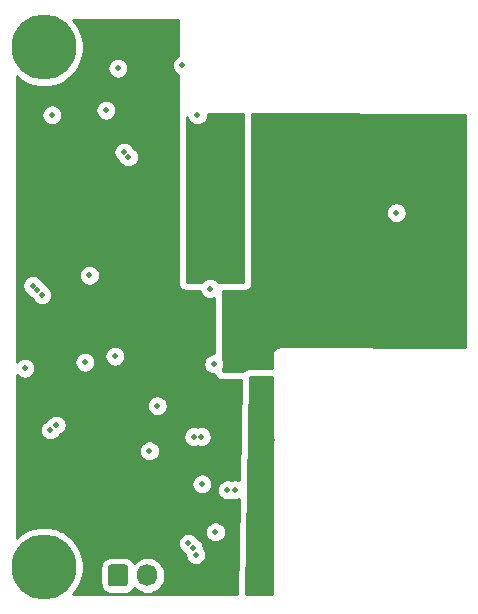
<source format=gbr>
G04 #@! TF.GenerationSoftware,KiCad,Pcbnew,(5.1.9)-1*
G04 #@! TF.CreationDate,2021-02-02T20:04:29-05:00*
G04 #@! TF.ProjectId,ZeroPilot,5a65726f-5069-46c6-9f74-2e6b69636164,rev?*
G04 #@! TF.SameCoordinates,Original*
G04 #@! TF.FileFunction,Copper,L3,Inr*
G04 #@! TF.FilePolarity,Positive*
%FSLAX46Y46*%
G04 Gerber Fmt 4.6, Leading zero omitted, Abs format (unit mm)*
G04 Created by KiCad (PCBNEW (5.1.9)-1) date 2021-02-02 20:04:29*
%MOMM*%
%LPD*%
G01*
G04 APERTURE LIST*
G04 #@! TA.AperFunction,ComponentPad*
%ADD10O,1.700000X1.850000*%
G04 #@! TD*
G04 #@! TA.AperFunction,ComponentPad*
%ADD11C,5.500000*%
G04 #@! TD*
G04 #@! TA.AperFunction,ViaPad*
%ADD12C,0.508000*%
G04 #@! TD*
G04 #@! TA.AperFunction,Conductor*
%ADD13C,0.254000*%
G04 #@! TD*
G04 #@! TA.AperFunction,Conductor*
%ADD14C,0.100000*%
G04 #@! TD*
G04 APERTURE END LIST*
D10*
X61771000Y-147714000D03*
G04 #@! TA.AperFunction,ComponentPad*
G36*
G01*
X58421000Y-148389000D02*
X58421000Y-147039000D01*
G75*
G02*
X58671000Y-146789000I250000J0D01*
G01*
X59871000Y-146789000D01*
G75*
G02*
X60121000Y-147039000I0J-250000D01*
G01*
X60121000Y-148389000D01*
G75*
G02*
X59871000Y-148639000I-250000J0D01*
G01*
X58671000Y-148639000D01*
G75*
G02*
X58421000Y-148389000I0J250000D01*
G01*
G37*
G04 #@! TD.AperFunction*
D11*
X53000000Y-147000000D03*
X53000000Y-103000000D03*
D12*
X66320000Y-135967000D03*
X72339799Y-136271799D03*
X71729201Y-136271799D03*
X71094201Y-136271799D03*
X65684000Y-135967000D03*
X68542000Y-140475000D03*
X69190000Y-140462000D03*
X66383000Y-139967000D03*
X67526000Y-144031000D03*
X53556006Y-135395000D03*
X54044625Y-134994625D03*
X51397000Y-130188000D03*
X56858000Y-122314000D03*
X53683000Y-108725000D03*
X59271000Y-104788000D03*
X59017000Y-129172000D03*
X60160000Y-112281000D03*
X59779000Y-111900000D03*
X67373600Y-129807000D03*
X64732000Y-104534000D03*
X67078960Y-123436680D03*
X82842200Y-117005400D03*
X55753000Y-122809000D03*
X56642000Y-114554000D03*
X56985000Y-127902000D03*
X62078000Y-106045000D03*
X62586000Y-106045000D03*
X63094000Y-106045000D03*
X56185000Y-123241000D03*
X56629500Y-123685500D03*
X55842300Y-127774700D03*
X56350300Y-127774700D03*
X58255000Y-108344000D03*
X66002000Y-108725000D03*
X68923000Y-127902000D03*
X67000000Y-121000000D03*
X66000000Y-121000000D03*
X66000000Y-122000000D03*
X67000000Y-122000000D03*
X52832000Y-123951996D03*
X65659000Y-145415000D03*
X65240100Y-144996100D03*
X65854000Y-145957000D03*
X52438502Y-123558498D03*
X52057502Y-123177498D03*
X62611000Y-133350000D03*
X56477000Y-129680000D03*
X61938000Y-137173000D03*
D13*
X66966353Y-108685000D02*
X67000000Y-108688314D01*
X67033647Y-108685000D01*
X69873000Y-108685000D01*
X69873000Y-122873000D01*
X67771512Y-122873000D01*
X67769491Y-122869976D01*
X67645664Y-122746149D01*
X67500059Y-122648859D01*
X67338272Y-122581844D01*
X67166519Y-122547680D01*
X66991401Y-122547680D01*
X66819648Y-122581844D01*
X66657861Y-122648859D01*
X66512256Y-122746149D01*
X66388429Y-122869976D01*
X66386408Y-122873000D01*
X65127000Y-122873000D01*
X65127000Y-108882941D01*
X65147164Y-108984312D01*
X65214179Y-109146099D01*
X65311469Y-109291704D01*
X65435296Y-109415531D01*
X65580901Y-109512821D01*
X65742688Y-109579836D01*
X65914441Y-109614000D01*
X66089559Y-109614000D01*
X66261312Y-109579836D01*
X66423099Y-109512821D01*
X66568704Y-109415531D01*
X66692531Y-109291704D01*
X66789821Y-109146099D01*
X66856836Y-108984312D01*
X66891000Y-108812559D01*
X66891000Y-108677578D01*
X66966353Y-108685000D01*
G04 #@! TA.AperFunction,Conductor*
D14*
G36*
X66966353Y-108685000D02*
G01*
X67000000Y-108688314D01*
X67033647Y-108685000D01*
X69873000Y-108685000D01*
X69873000Y-122873000D01*
X67771512Y-122873000D01*
X67769491Y-122869976D01*
X67645664Y-122746149D01*
X67500059Y-122648859D01*
X67338272Y-122581844D01*
X67166519Y-122547680D01*
X66991401Y-122547680D01*
X66819648Y-122581844D01*
X66657861Y-122648859D01*
X66512256Y-122746149D01*
X66388429Y-122869976D01*
X66386408Y-122873000D01*
X65127000Y-122873000D01*
X65127000Y-108882941D01*
X65147164Y-108984312D01*
X65214179Y-109146099D01*
X65311469Y-109291704D01*
X65435296Y-109415531D01*
X65580901Y-109512821D01*
X65742688Y-109579836D01*
X65914441Y-109614000D01*
X66089559Y-109614000D01*
X66261312Y-109579836D01*
X66423099Y-109512821D01*
X66568704Y-109415531D01*
X66692531Y-109291704D01*
X66789821Y-109146099D01*
X66856836Y-108984312D01*
X66891000Y-108812559D01*
X66891000Y-108677578D01*
X66966353Y-108685000D01*
G37*
G04 #@! TD.AperFunction*
D13*
X64365000Y-103723770D02*
X64310901Y-103746179D01*
X64165296Y-103843469D01*
X64041469Y-103967296D01*
X63944179Y-104112901D01*
X63877164Y-104274688D01*
X63843000Y-104446441D01*
X63843000Y-104621559D01*
X63877164Y-104793312D01*
X63944179Y-104955099D01*
X64041469Y-105100704D01*
X64165296Y-105224531D01*
X64310901Y-105321821D01*
X64365000Y-105344230D01*
X64365000Y-123000000D01*
X64377201Y-123123882D01*
X64413336Y-123243004D01*
X64472017Y-123352787D01*
X64550987Y-123449013D01*
X64647213Y-123527983D01*
X64756996Y-123586664D01*
X64876118Y-123622799D01*
X65000000Y-123635000D01*
X66211992Y-123635000D01*
X66224124Y-123695992D01*
X66291139Y-123857779D01*
X66388429Y-124003384D01*
X66512256Y-124127211D01*
X66657861Y-124224501D01*
X66819648Y-124291516D01*
X66991401Y-124325680D01*
X67166519Y-124325680D01*
X67338272Y-124291516D01*
X67399000Y-124266361D01*
X67399000Y-128918000D01*
X67286041Y-128918000D01*
X67114288Y-128952164D01*
X66952501Y-129019179D01*
X66806896Y-129116469D01*
X66683069Y-129240296D01*
X66585779Y-129385901D01*
X66518764Y-129547688D01*
X66484600Y-129719441D01*
X66484600Y-129894559D01*
X66518764Y-130066312D01*
X66585779Y-130228099D01*
X66683069Y-130373704D01*
X66806896Y-130497531D01*
X66952501Y-130594821D01*
X67114288Y-130661836D01*
X67286041Y-130696000D01*
X67412147Y-130696000D01*
X67447336Y-130812004D01*
X67506017Y-130921787D01*
X67584987Y-131018013D01*
X67681213Y-131096983D01*
X67790996Y-131155664D01*
X67910118Y-131191799D01*
X68034000Y-131204000D01*
X69678554Y-131204000D01*
X69537722Y-139643785D01*
X69449312Y-139607164D01*
X69277559Y-139573000D01*
X69102441Y-139573000D01*
X68930688Y-139607164D01*
X68850308Y-139640459D01*
X68801312Y-139620164D01*
X68629559Y-139586000D01*
X68454441Y-139586000D01*
X68282688Y-139620164D01*
X68120901Y-139687179D01*
X67975296Y-139784469D01*
X67851469Y-139908296D01*
X67754179Y-140053901D01*
X67687164Y-140215688D01*
X67653000Y-140387441D01*
X67653000Y-140562559D01*
X67687164Y-140734312D01*
X67754179Y-140896099D01*
X67851469Y-141041704D01*
X67975296Y-141165531D01*
X68120901Y-141262821D01*
X68282688Y-141329836D01*
X68454441Y-141364000D01*
X68629559Y-141364000D01*
X68801312Y-141329836D01*
X68881692Y-141296541D01*
X68930688Y-141316836D01*
X69102441Y-141351000D01*
X69277559Y-141351000D01*
X69449312Y-141316836D01*
X69510225Y-141291605D01*
X69376342Y-149315000D01*
X55472114Y-149315000D01*
X55629302Y-149157812D01*
X55999748Y-148603399D01*
X56254917Y-147987368D01*
X56385000Y-147333393D01*
X56385000Y-147039000D01*
X57782928Y-147039000D01*
X57782928Y-148389000D01*
X57799992Y-148562254D01*
X57850528Y-148728850D01*
X57932595Y-148882386D01*
X58043038Y-149016962D01*
X58177614Y-149127405D01*
X58331150Y-149209472D01*
X58497746Y-149260008D01*
X58671000Y-149277072D01*
X59871000Y-149277072D01*
X60044254Y-149260008D01*
X60210850Y-149209472D01*
X60364386Y-149127405D01*
X60498962Y-149016962D01*
X60609405Y-148882386D01*
X60663777Y-148780663D01*
X60715866Y-148844134D01*
X60941987Y-149029706D01*
X61199967Y-149167599D01*
X61479890Y-149252513D01*
X61771000Y-149281185D01*
X62062111Y-149252513D01*
X62342034Y-149167599D01*
X62600014Y-149029706D01*
X62826134Y-148844134D01*
X63011706Y-148618013D01*
X63149599Y-148360033D01*
X63234513Y-148080110D01*
X63256000Y-147861949D01*
X63256000Y-147566050D01*
X63234513Y-147347889D01*
X63149599Y-147067966D01*
X63011706Y-146809986D01*
X62826134Y-146583866D01*
X62600013Y-146398294D01*
X62342033Y-146260401D01*
X62062110Y-146175487D01*
X61771000Y-146146815D01*
X61479889Y-146175487D01*
X61199966Y-146260401D01*
X60941986Y-146398294D01*
X60715866Y-146583866D01*
X60663777Y-146647337D01*
X60609405Y-146545614D01*
X60498962Y-146411038D01*
X60364386Y-146300595D01*
X60210850Y-146218528D01*
X60044254Y-146167992D01*
X59871000Y-146150928D01*
X58671000Y-146150928D01*
X58497746Y-146167992D01*
X58331150Y-146218528D01*
X58177614Y-146300595D01*
X58043038Y-146411038D01*
X57932595Y-146545614D01*
X57850528Y-146699150D01*
X57799992Y-146865746D01*
X57782928Y-147039000D01*
X56385000Y-147039000D01*
X56385000Y-146666607D01*
X56254917Y-146012632D01*
X55999748Y-145396601D01*
X55673638Y-144908541D01*
X64351100Y-144908541D01*
X64351100Y-145083659D01*
X64385264Y-145255412D01*
X64452279Y-145417199D01*
X64549569Y-145562804D01*
X64673396Y-145686631D01*
X64819001Y-145783921D01*
X64855896Y-145799204D01*
X64871179Y-145836099D01*
X64965000Y-145976512D01*
X64965000Y-146044559D01*
X64999164Y-146216312D01*
X65066179Y-146378099D01*
X65163469Y-146523704D01*
X65287296Y-146647531D01*
X65432901Y-146744821D01*
X65594688Y-146811836D01*
X65766441Y-146846000D01*
X65941559Y-146846000D01*
X66113312Y-146811836D01*
X66275099Y-146744821D01*
X66420704Y-146647531D01*
X66544531Y-146523704D01*
X66641821Y-146378099D01*
X66708836Y-146216312D01*
X66743000Y-146044559D01*
X66743000Y-145869441D01*
X66708836Y-145697688D01*
X66641821Y-145535901D01*
X66548000Y-145395488D01*
X66548000Y-145327441D01*
X66513836Y-145155688D01*
X66446821Y-144993901D01*
X66349531Y-144848296D01*
X66225704Y-144724469D01*
X66080099Y-144627179D01*
X66043204Y-144611896D01*
X66027921Y-144575001D01*
X65930631Y-144429396D01*
X65806804Y-144305569D01*
X65661199Y-144208279D01*
X65499412Y-144141264D01*
X65327659Y-144107100D01*
X65152541Y-144107100D01*
X64980788Y-144141264D01*
X64819001Y-144208279D01*
X64673396Y-144305569D01*
X64549569Y-144429396D01*
X64452279Y-144575001D01*
X64385264Y-144736788D01*
X64351100Y-144908541D01*
X55673638Y-144908541D01*
X55629302Y-144842188D01*
X55157812Y-144370698D01*
X54603399Y-144000252D01*
X54466246Y-143943441D01*
X66637000Y-143943441D01*
X66637000Y-144118559D01*
X66671164Y-144290312D01*
X66738179Y-144452099D01*
X66835469Y-144597704D01*
X66959296Y-144721531D01*
X67104901Y-144818821D01*
X67266688Y-144885836D01*
X67438441Y-144920000D01*
X67613559Y-144920000D01*
X67785312Y-144885836D01*
X67947099Y-144818821D01*
X68092704Y-144721531D01*
X68216531Y-144597704D01*
X68313821Y-144452099D01*
X68380836Y-144290312D01*
X68415000Y-144118559D01*
X68415000Y-143943441D01*
X68380836Y-143771688D01*
X68313821Y-143609901D01*
X68216531Y-143464296D01*
X68092704Y-143340469D01*
X67947099Y-143243179D01*
X67785312Y-143176164D01*
X67613559Y-143142000D01*
X67438441Y-143142000D01*
X67266688Y-143176164D01*
X67104901Y-143243179D01*
X66959296Y-143340469D01*
X66835469Y-143464296D01*
X66738179Y-143609901D01*
X66671164Y-143771688D01*
X66637000Y-143943441D01*
X54466246Y-143943441D01*
X53987368Y-143745083D01*
X53333393Y-143615000D01*
X52666607Y-143615000D01*
X52012632Y-143745083D01*
X51396601Y-144000252D01*
X50842188Y-144370698D01*
X50685000Y-144527886D01*
X50685000Y-139879441D01*
X65494000Y-139879441D01*
X65494000Y-140054559D01*
X65528164Y-140226312D01*
X65595179Y-140388099D01*
X65692469Y-140533704D01*
X65816296Y-140657531D01*
X65961901Y-140754821D01*
X66123688Y-140821836D01*
X66295441Y-140856000D01*
X66470559Y-140856000D01*
X66642312Y-140821836D01*
X66804099Y-140754821D01*
X66949704Y-140657531D01*
X67073531Y-140533704D01*
X67170821Y-140388099D01*
X67237836Y-140226312D01*
X67272000Y-140054559D01*
X67272000Y-139879441D01*
X67237836Y-139707688D01*
X67170821Y-139545901D01*
X67073531Y-139400296D01*
X66949704Y-139276469D01*
X66804099Y-139179179D01*
X66642312Y-139112164D01*
X66470559Y-139078000D01*
X66295441Y-139078000D01*
X66123688Y-139112164D01*
X65961901Y-139179179D01*
X65816296Y-139276469D01*
X65692469Y-139400296D01*
X65595179Y-139545901D01*
X65528164Y-139707688D01*
X65494000Y-139879441D01*
X50685000Y-139879441D01*
X50685000Y-137085441D01*
X61049000Y-137085441D01*
X61049000Y-137260559D01*
X61083164Y-137432312D01*
X61150179Y-137594099D01*
X61247469Y-137739704D01*
X61371296Y-137863531D01*
X61516901Y-137960821D01*
X61678688Y-138027836D01*
X61850441Y-138062000D01*
X62025559Y-138062000D01*
X62197312Y-138027836D01*
X62359099Y-137960821D01*
X62504704Y-137863531D01*
X62628531Y-137739704D01*
X62725821Y-137594099D01*
X62792836Y-137432312D01*
X62827000Y-137260559D01*
X62827000Y-137085441D01*
X62792836Y-136913688D01*
X62725821Y-136751901D01*
X62628531Y-136606296D01*
X62504704Y-136482469D01*
X62359099Y-136385179D01*
X62197312Y-136318164D01*
X62025559Y-136284000D01*
X61850441Y-136284000D01*
X61678688Y-136318164D01*
X61516901Y-136385179D01*
X61371296Y-136482469D01*
X61247469Y-136606296D01*
X61150179Y-136751901D01*
X61083164Y-136913688D01*
X61049000Y-137085441D01*
X50685000Y-137085441D01*
X50685000Y-135307441D01*
X52667006Y-135307441D01*
X52667006Y-135482559D01*
X52701170Y-135654312D01*
X52768185Y-135816099D01*
X52865475Y-135961704D01*
X52989302Y-136085531D01*
X53134907Y-136182821D01*
X53296694Y-136249836D01*
X53468447Y-136284000D01*
X53643565Y-136284000D01*
X53815318Y-136249836D01*
X53977105Y-136182821D01*
X54122710Y-136085531D01*
X54246537Y-135961704D01*
X54301503Y-135879441D01*
X64795000Y-135879441D01*
X64795000Y-136054559D01*
X64829164Y-136226312D01*
X64896179Y-136388099D01*
X64993469Y-136533704D01*
X65117296Y-136657531D01*
X65262901Y-136754821D01*
X65424688Y-136821836D01*
X65596441Y-136856000D01*
X65771559Y-136856000D01*
X65943312Y-136821836D01*
X66002000Y-136797526D01*
X66060688Y-136821836D01*
X66232441Y-136856000D01*
X66407559Y-136856000D01*
X66579312Y-136821836D01*
X66741099Y-136754821D01*
X66886704Y-136657531D01*
X67010531Y-136533704D01*
X67107821Y-136388099D01*
X67174836Y-136226312D01*
X67209000Y-136054559D01*
X67209000Y-135879441D01*
X67174836Y-135707688D01*
X67107821Y-135545901D01*
X67010531Y-135400296D01*
X66886704Y-135276469D01*
X66741099Y-135179179D01*
X66579312Y-135112164D01*
X66407559Y-135078000D01*
X66232441Y-135078000D01*
X66060688Y-135112164D01*
X66002000Y-135136474D01*
X65943312Y-135112164D01*
X65771559Y-135078000D01*
X65596441Y-135078000D01*
X65424688Y-135112164D01*
X65262901Y-135179179D01*
X65117296Y-135276469D01*
X64993469Y-135400296D01*
X64896179Y-135545901D01*
X64829164Y-135707688D01*
X64795000Y-135879441D01*
X54301503Y-135879441D01*
X54328270Y-135839382D01*
X54465724Y-135782446D01*
X54611329Y-135685156D01*
X54735156Y-135561329D01*
X54832446Y-135415724D01*
X54899461Y-135253937D01*
X54933625Y-135082184D01*
X54933625Y-134907066D01*
X54899461Y-134735313D01*
X54832446Y-134573526D01*
X54735156Y-134427921D01*
X54611329Y-134304094D01*
X54465724Y-134206804D01*
X54303937Y-134139789D01*
X54132184Y-134105625D01*
X53957066Y-134105625D01*
X53785313Y-134139789D01*
X53623526Y-134206804D01*
X53477921Y-134304094D01*
X53354094Y-134427921D01*
X53272361Y-134550243D01*
X53134907Y-134607179D01*
X52989302Y-134704469D01*
X52865475Y-134828296D01*
X52768185Y-134973901D01*
X52701170Y-135135688D01*
X52667006Y-135307441D01*
X50685000Y-135307441D01*
X50685000Y-133262441D01*
X61722000Y-133262441D01*
X61722000Y-133437559D01*
X61756164Y-133609312D01*
X61823179Y-133771099D01*
X61920469Y-133916704D01*
X62044296Y-134040531D01*
X62189901Y-134137821D01*
X62351688Y-134204836D01*
X62523441Y-134239000D01*
X62698559Y-134239000D01*
X62870312Y-134204836D01*
X63032099Y-134137821D01*
X63177704Y-134040531D01*
X63301531Y-133916704D01*
X63398821Y-133771099D01*
X63465836Y-133609312D01*
X63500000Y-133437559D01*
X63500000Y-133262441D01*
X63465836Y-133090688D01*
X63398821Y-132928901D01*
X63301531Y-132783296D01*
X63177704Y-132659469D01*
X63032099Y-132562179D01*
X62870312Y-132495164D01*
X62698559Y-132461000D01*
X62523441Y-132461000D01*
X62351688Y-132495164D01*
X62189901Y-132562179D01*
X62044296Y-132659469D01*
X61920469Y-132783296D01*
X61823179Y-132928901D01*
X61756164Y-133090688D01*
X61722000Y-133262441D01*
X50685000Y-133262441D01*
X50685000Y-130722573D01*
X50706469Y-130754704D01*
X50830296Y-130878531D01*
X50975901Y-130975821D01*
X51137688Y-131042836D01*
X51309441Y-131077000D01*
X51484559Y-131077000D01*
X51656312Y-131042836D01*
X51818099Y-130975821D01*
X51963704Y-130878531D01*
X52087531Y-130754704D01*
X52184821Y-130609099D01*
X52251836Y-130447312D01*
X52286000Y-130275559D01*
X52286000Y-130100441D01*
X52251836Y-129928688D01*
X52184821Y-129766901D01*
X52087531Y-129621296D01*
X52058676Y-129592441D01*
X55588000Y-129592441D01*
X55588000Y-129767559D01*
X55622164Y-129939312D01*
X55689179Y-130101099D01*
X55786469Y-130246704D01*
X55910296Y-130370531D01*
X56055901Y-130467821D01*
X56217688Y-130534836D01*
X56389441Y-130569000D01*
X56564559Y-130569000D01*
X56736312Y-130534836D01*
X56898099Y-130467821D01*
X57043704Y-130370531D01*
X57167531Y-130246704D01*
X57264821Y-130101099D01*
X57331836Y-129939312D01*
X57366000Y-129767559D01*
X57366000Y-129592441D01*
X57331836Y-129420688D01*
X57264821Y-129258901D01*
X57167531Y-129113296D01*
X57138676Y-129084441D01*
X58128000Y-129084441D01*
X58128000Y-129259559D01*
X58162164Y-129431312D01*
X58229179Y-129593099D01*
X58326469Y-129738704D01*
X58450296Y-129862531D01*
X58595901Y-129959821D01*
X58757688Y-130026836D01*
X58929441Y-130061000D01*
X59104559Y-130061000D01*
X59276312Y-130026836D01*
X59438099Y-129959821D01*
X59583704Y-129862531D01*
X59707531Y-129738704D01*
X59804821Y-129593099D01*
X59871836Y-129431312D01*
X59906000Y-129259559D01*
X59906000Y-129084441D01*
X59871836Y-128912688D01*
X59804821Y-128750901D01*
X59707531Y-128605296D01*
X59583704Y-128481469D01*
X59438099Y-128384179D01*
X59276312Y-128317164D01*
X59104559Y-128283000D01*
X58929441Y-128283000D01*
X58757688Y-128317164D01*
X58595901Y-128384179D01*
X58450296Y-128481469D01*
X58326469Y-128605296D01*
X58229179Y-128750901D01*
X58162164Y-128912688D01*
X58128000Y-129084441D01*
X57138676Y-129084441D01*
X57043704Y-128989469D01*
X56898099Y-128892179D01*
X56736312Y-128825164D01*
X56564559Y-128791000D01*
X56389441Y-128791000D01*
X56217688Y-128825164D01*
X56055901Y-128892179D01*
X55910296Y-128989469D01*
X55786469Y-129113296D01*
X55689179Y-129258901D01*
X55622164Y-129420688D01*
X55588000Y-129592441D01*
X52058676Y-129592441D01*
X51963704Y-129497469D01*
X51818099Y-129400179D01*
X51656312Y-129333164D01*
X51484559Y-129299000D01*
X51309441Y-129299000D01*
X51137688Y-129333164D01*
X50975901Y-129400179D01*
X50830296Y-129497469D01*
X50706469Y-129621296D01*
X50685000Y-129653427D01*
X50685000Y-123089939D01*
X51168502Y-123089939D01*
X51168502Y-123265057D01*
X51202666Y-123436810D01*
X51269681Y-123598597D01*
X51366971Y-123744202D01*
X51490798Y-123868029D01*
X51636403Y-123965319D01*
X51646499Y-123969501D01*
X51650681Y-123979597D01*
X51747971Y-124125202D01*
X51871798Y-124249029D01*
X52017403Y-124346319D01*
X52036336Y-124354162D01*
X52044179Y-124373095D01*
X52141469Y-124518700D01*
X52265296Y-124642527D01*
X52410901Y-124739817D01*
X52572688Y-124806832D01*
X52744441Y-124840996D01*
X52919559Y-124840996D01*
X53091312Y-124806832D01*
X53253099Y-124739817D01*
X53398704Y-124642527D01*
X53522531Y-124518700D01*
X53619821Y-124373095D01*
X53686836Y-124211308D01*
X53721000Y-124039555D01*
X53721000Y-123864437D01*
X53686836Y-123692684D01*
X53619821Y-123530897D01*
X53522531Y-123385292D01*
X53398704Y-123261465D01*
X53253099Y-123164175D01*
X53234166Y-123156332D01*
X53226323Y-123137399D01*
X53129033Y-122991794D01*
X53005206Y-122867967D01*
X52859601Y-122770677D01*
X52849505Y-122766495D01*
X52845323Y-122756399D01*
X52748033Y-122610794D01*
X52624206Y-122486967D01*
X52478601Y-122389677D01*
X52316814Y-122322662D01*
X52145061Y-122288498D01*
X51969943Y-122288498D01*
X51798190Y-122322662D01*
X51636403Y-122389677D01*
X51490798Y-122486967D01*
X51366971Y-122610794D01*
X51269681Y-122756399D01*
X51202666Y-122918186D01*
X51168502Y-123089939D01*
X50685000Y-123089939D01*
X50685000Y-122226441D01*
X55969000Y-122226441D01*
X55969000Y-122401559D01*
X56003164Y-122573312D01*
X56070179Y-122735099D01*
X56167469Y-122880704D01*
X56291296Y-123004531D01*
X56436901Y-123101821D01*
X56598688Y-123168836D01*
X56770441Y-123203000D01*
X56945559Y-123203000D01*
X57117312Y-123168836D01*
X57279099Y-123101821D01*
X57424704Y-123004531D01*
X57548531Y-122880704D01*
X57645821Y-122735099D01*
X57712836Y-122573312D01*
X57747000Y-122401559D01*
X57747000Y-122226441D01*
X57712836Y-122054688D01*
X57645821Y-121892901D01*
X57548531Y-121747296D01*
X57424704Y-121623469D01*
X57279099Y-121526179D01*
X57117312Y-121459164D01*
X56945559Y-121425000D01*
X56770441Y-121425000D01*
X56598688Y-121459164D01*
X56436901Y-121526179D01*
X56291296Y-121623469D01*
X56167469Y-121747296D01*
X56070179Y-121892901D01*
X56003164Y-122054688D01*
X55969000Y-122226441D01*
X50685000Y-122226441D01*
X50685000Y-111812441D01*
X58890000Y-111812441D01*
X58890000Y-111987559D01*
X58924164Y-112159312D01*
X58991179Y-112321099D01*
X59088469Y-112466704D01*
X59212296Y-112590531D01*
X59357901Y-112687821D01*
X59367997Y-112692003D01*
X59372179Y-112702099D01*
X59469469Y-112847704D01*
X59593296Y-112971531D01*
X59738901Y-113068821D01*
X59900688Y-113135836D01*
X60072441Y-113170000D01*
X60247559Y-113170000D01*
X60419312Y-113135836D01*
X60581099Y-113068821D01*
X60726704Y-112971531D01*
X60850531Y-112847704D01*
X60947821Y-112702099D01*
X61014836Y-112540312D01*
X61049000Y-112368559D01*
X61049000Y-112193441D01*
X61014836Y-112021688D01*
X60947821Y-111859901D01*
X60850531Y-111714296D01*
X60726704Y-111590469D01*
X60581099Y-111493179D01*
X60571003Y-111488997D01*
X60566821Y-111478901D01*
X60469531Y-111333296D01*
X60345704Y-111209469D01*
X60200099Y-111112179D01*
X60038312Y-111045164D01*
X59866559Y-111011000D01*
X59691441Y-111011000D01*
X59519688Y-111045164D01*
X59357901Y-111112179D01*
X59212296Y-111209469D01*
X59088469Y-111333296D01*
X58991179Y-111478901D01*
X58924164Y-111640688D01*
X58890000Y-111812441D01*
X50685000Y-111812441D01*
X50685000Y-108637441D01*
X52794000Y-108637441D01*
X52794000Y-108812559D01*
X52828164Y-108984312D01*
X52895179Y-109146099D01*
X52992469Y-109291704D01*
X53116296Y-109415531D01*
X53261901Y-109512821D01*
X53423688Y-109579836D01*
X53595441Y-109614000D01*
X53770559Y-109614000D01*
X53942312Y-109579836D01*
X54104099Y-109512821D01*
X54249704Y-109415531D01*
X54373531Y-109291704D01*
X54470821Y-109146099D01*
X54537836Y-108984312D01*
X54572000Y-108812559D01*
X54572000Y-108637441D01*
X54537836Y-108465688D01*
X54470821Y-108303901D01*
X54439110Y-108256441D01*
X57366000Y-108256441D01*
X57366000Y-108431559D01*
X57400164Y-108603312D01*
X57467179Y-108765099D01*
X57564469Y-108910704D01*
X57688296Y-109034531D01*
X57833901Y-109131821D01*
X57995688Y-109198836D01*
X58167441Y-109233000D01*
X58342559Y-109233000D01*
X58514312Y-109198836D01*
X58676099Y-109131821D01*
X58821704Y-109034531D01*
X58945531Y-108910704D01*
X59042821Y-108765099D01*
X59109836Y-108603312D01*
X59144000Y-108431559D01*
X59144000Y-108256441D01*
X59109836Y-108084688D01*
X59042821Y-107922901D01*
X58945531Y-107777296D01*
X58821704Y-107653469D01*
X58676099Y-107556179D01*
X58514312Y-107489164D01*
X58342559Y-107455000D01*
X58167441Y-107455000D01*
X57995688Y-107489164D01*
X57833901Y-107556179D01*
X57688296Y-107653469D01*
X57564469Y-107777296D01*
X57467179Y-107922901D01*
X57400164Y-108084688D01*
X57366000Y-108256441D01*
X54439110Y-108256441D01*
X54373531Y-108158296D01*
X54249704Y-108034469D01*
X54104099Y-107937179D01*
X53942312Y-107870164D01*
X53770559Y-107836000D01*
X53595441Y-107836000D01*
X53423688Y-107870164D01*
X53261901Y-107937179D01*
X53116296Y-108034469D01*
X52992469Y-108158296D01*
X52895179Y-108303901D01*
X52828164Y-108465688D01*
X52794000Y-108637441D01*
X50685000Y-108637441D01*
X50685000Y-105472114D01*
X50842188Y-105629302D01*
X51396601Y-105999748D01*
X52012632Y-106254917D01*
X52666607Y-106385000D01*
X53333393Y-106385000D01*
X53987368Y-106254917D01*
X54603399Y-105999748D01*
X55157812Y-105629302D01*
X55629302Y-105157812D01*
X55934906Y-104700441D01*
X58382000Y-104700441D01*
X58382000Y-104875559D01*
X58416164Y-105047312D01*
X58483179Y-105209099D01*
X58580469Y-105354704D01*
X58704296Y-105478531D01*
X58849901Y-105575821D01*
X59011688Y-105642836D01*
X59183441Y-105677000D01*
X59358559Y-105677000D01*
X59530312Y-105642836D01*
X59692099Y-105575821D01*
X59837704Y-105478531D01*
X59961531Y-105354704D01*
X60058821Y-105209099D01*
X60125836Y-105047312D01*
X60160000Y-104875559D01*
X60160000Y-104700441D01*
X60125836Y-104528688D01*
X60058821Y-104366901D01*
X59961531Y-104221296D01*
X59837704Y-104097469D01*
X59692099Y-104000179D01*
X59530312Y-103933164D01*
X59358559Y-103899000D01*
X59183441Y-103899000D01*
X59011688Y-103933164D01*
X58849901Y-104000179D01*
X58704296Y-104097469D01*
X58580469Y-104221296D01*
X58483179Y-104366901D01*
X58416164Y-104528688D01*
X58382000Y-104700441D01*
X55934906Y-104700441D01*
X55999748Y-104603399D01*
X56254917Y-103987368D01*
X56385000Y-103333393D01*
X56385000Y-102666607D01*
X56254917Y-102012632D01*
X55999748Y-101396601D01*
X55629302Y-100842188D01*
X55472114Y-100685000D01*
X64365000Y-100685000D01*
X64365000Y-103723770D01*
G04 #@! TA.AperFunction,Conductor*
D14*
G36*
X64365000Y-103723770D02*
G01*
X64310901Y-103746179D01*
X64165296Y-103843469D01*
X64041469Y-103967296D01*
X63944179Y-104112901D01*
X63877164Y-104274688D01*
X63843000Y-104446441D01*
X63843000Y-104621559D01*
X63877164Y-104793312D01*
X63944179Y-104955099D01*
X64041469Y-105100704D01*
X64165296Y-105224531D01*
X64310901Y-105321821D01*
X64365000Y-105344230D01*
X64365000Y-123000000D01*
X64377201Y-123123882D01*
X64413336Y-123243004D01*
X64472017Y-123352787D01*
X64550987Y-123449013D01*
X64647213Y-123527983D01*
X64756996Y-123586664D01*
X64876118Y-123622799D01*
X65000000Y-123635000D01*
X66211992Y-123635000D01*
X66224124Y-123695992D01*
X66291139Y-123857779D01*
X66388429Y-124003384D01*
X66512256Y-124127211D01*
X66657861Y-124224501D01*
X66819648Y-124291516D01*
X66991401Y-124325680D01*
X67166519Y-124325680D01*
X67338272Y-124291516D01*
X67399000Y-124266361D01*
X67399000Y-128918000D01*
X67286041Y-128918000D01*
X67114288Y-128952164D01*
X66952501Y-129019179D01*
X66806896Y-129116469D01*
X66683069Y-129240296D01*
X66585779Y-129385901D01*
X66518764Y-129547688D01*
X66484600Y-129719441D01*
X66484600Y-129894559D01*
X66518764Y-130066312D01*
X66585779Y-130228099D01*
X66683069Y-130373704D01*
X66806896Y-130497531D01*
X66952501Y-130594821D01*
X67114288Y-130661836D01*
X67286041Y-130696000D01*
X67412147Y-130696000D01*
X67447336Y-130812004D01*
X67506017Y-130921787D01*
X67584987Y-131018013D01*
X67681213Y-131096983D01*
X67790996Y-131155664D01*
X67910118Y-131191799D01*
X68034000Y-131204000D01*
X69678554Y-131204000D01*
X69537722Y-139643785D01*
X69449312Y-139607164D01*
X69277559Y-139573000D01*
X69102441Y-139573000D01*
X68930688Y-139607164D01*
X68850308Y-139640459D01*
X68801312Y-139620164D01*
X68629559Y-139586000D01*
X68454441Y-139586000D01*
X68282688Y-139620164D01*
X68120901Y-139687179D01*
X67975296Y-139784469D01*
X67851469Y-139908296D01*
X67754179Y-140053901D01*
X67687164Y-140215688D01*
X67653000Y-140387441D01*
X67653000Y-140562559D01*
X67687164Y-140734312D01*
X67754179Y-140896099D01*
X67851469Y-141041704D01*
X67975296Y-141165531D01*
X68120901Y-141262821D01*
X68282688Y-141329836D01*
X68454441Y-141364000D01*
X68629559Y-141364000D01*
X68801312Y-141329836D01*
X68881692Y-141296541D01*
X68930688Y-141316836D01*
X69102441Y-141351000D01*
X69277559Y-141351000D01*
X69449312Y-141316836D01*
X69510225Y-141291605D01*
X69376342Y-149315000D01*
X55472114Y-149315000D01*
X55629302Y-149157812D01*
X55999748Y-148603399D01*
X56254917Y-147987368D01*
X56385000Y-147333393D01*
X56385000Y-147039000D01*
X57782928Y-147039000D01*
X57782928Y-148389000D01*
X57799992Y-148562254D01*
X57850528Y-148728850D01*
X57932595Y-148882386D01*
X58043038Y-149016962D01*
X58177614Y-149127405D01*
X58331150Y-149209472D01*
X58497746Y-149260008D01*
X58671000Y-149277072D01*
X59871000Y-149277072D01*
X60044254Y-149260008D01*
X60210850Y-149209472D01*
X60364386Y-149127405D01*
X60498962Y-149016962D01*
X60609405Y-148882386D01*
X60663777Y-148780663D01*
X60715866Y-148844134D01*
X60941987Y-149029706D01*
X61199967Y-149167599D01*
X61479890Y-149252513D01*
X61771000Y-149281185D01*
X62062111Y-149252513D01*
X62342034Y-149167599D01*
X62600014Y-149029706D01*
X62826134Y-148844134D01*
X63011706Y-148618013D01*
X63149599Y-148360033D01*
X63234513Y-148080110D01*
X63256000Y-147861949D01*
X63256000Y-147566050D01*
X63234513Y-147347889D01*
X63149599Y-147067966D01*
X63011706Y-146809986D01*
X62826134Y-146583866D01*
X62600013Y-146398294D01*
X62342033Y-146260401D01*
X62062110Y-146175487D01*
X61771000Y-146146815D01*
X61479889Y-146175487D01*
X61199966Y-146260401D01*
X60941986Y-146398294D01*
X60715866Y-146583866D01*
X60663777Y-146647337D01*
X60609405Y-146545614D01*
X60498962Y-146411038D01*
X60364386Y-146300595D01*
X60210850Y-146218528D01*
X60044254Y-146167992D01*
X59871000Y-146150928D01*
X58671000Y-146150928D01*
X58497746Y-146167992D01*
X58331150Y-146218528D01*
X58177614Y-146300595D01*
X58043038Y-146411038D01*
X57932595Y-146545614D01*
X57850528Y-146699150D01*
X57799992Y-146865746D01*
X57782928Y-147039000D01*
X56385000Y-147039000D01*
X56385000Y-146666607D01*
X56254917Y-146012632D01*
X55999748Y-145396601D01*
X55673638Y-144908541D01*
X64351100Y-144908541D01*
X64351100Y-145083659D01*
X64385264Y-145255412D01*
X64452279Y-145417199D01*
X64549569Y-145562804D01*
X64673396Y-145686631D01*
X64819001Y-145783921D01*
X64855896Y-145799204D01*
X64871179Y-145836099D01*
X64965000Y-145976512D01*
X64965000Y-146044559D01*
X64999164Y-146216312D01*
X65066179Y-146378099D01*
X65163469Y-146523704D01*
X65287296Y-146647531D01*
X65432901Y-146744821D01*
X65594688Y-146811836D01*
X65766441Y-146846000D01*
X65941559Y-146846000D01*
X66113312Y-146811836D01*
X66275099Y-146744821D01*
X66420704Y-146647531D01*
X66544531Y-146523704D01*
X66641821Y-146378099D01*
X66708836Y-146216312D01*
X66743000Y-146044559D01*
X66743000Y-145869441D01*
X66708836Y-145697688D01*
X66641821Y-145535901D01*
X66548000Y-145395488D01*
X66548000Y-145327441D01*
X66513836Y-145155688D01*
X66446821Y-144993901D01*
X66349531Y-144848296D01*
X66225704Y-144724469D01*
X66080099Y-144627179D01*
X66043204Y-144611896D01*
X66027921Y-144575001D01*
X65930631Y-144429396D01*
X65806804Y-144305569D01*
X65661199Y-144208279D01*
X65499412Y-144141264D01*
X65327659Y-144107100D01*
X65152541Y-144107100D01*
X64980788Y-144141264D01*
X64819001Y-144208279D01*
X64673396Y-144305569D01*
X64549569Y-144429396D01*
X64452279Y-144575001D01*
X64385264Y-144736788D01*
X64351100Y-144908541D01*
X55673638Y-144908541D01*
X55629302Y-144842188D01*
X55157812Y-144370698D01*
X54603399Y-144000252D01*
X54466246Y-143943441D01*
X66637000Y-143943441D01*
X66637000Y-144118559D01*
X66671164Y-144290312D01*
X66738179Y-144452099D01*
X66835469Y-144597704D01*
X66959296Y-144721531D01*
X67104901Y-144818821D01*
X67266688Y-144885836D01*
X67438441Y-144920000D01*
X67613559Y-144920000D01*
X67785312Y-144885836D01*
X67947099Y-144818821D01*
X68092704Y-144721531D01*
X68216531Y-144597704D01*
X68313821Y-144452099D01*
X68380836Y-144290312D01*
X68415000Y-144118559D01*
X68415000Y-143943441D01*
X68380836Y-143771688D01*
X68313821Y-143609901D01*
X68216531Y-143464296D01*
X68092704Y-143340469D01*
X67947099Y-143243179D01*
X67785312Y-143176164D01*
X67613559Y-143142000D01*
X67438441Y-143142000D01*
X67266688Y-143176164D01*
X67104901Y-143243179D01*
X66959296Y-143340469D01*
X66835469Y-143464296D01*
X66738179Y-143609901D01*
X66671164Y-143771688D01*
X66637000Y-143943441D01*
X54466246Y-143943441D01*
X53987368Y-143745083D01*
X53333393Y-143615000D01*
X52666607Y-143615000D01*
X52012632Y-143745083D01*
X51396601Y-144000252D01*
X50842188Y-144370698D01*
X50685000Y-144527886D01*
X50685000Y-139879441D01*
X65494000Y-139879441D01*
X65494000Y-140054559D01*
X65528164Y-140226312D01*
X65595179Y-140388099D01*
X65692469Y-140533704D01*
X65816296Y-140657531D01*
X65961901Y-140754821D01*
X66123688Y-140821836D01*
X66295441Y-140856000D01*
X66470559Y-140856000D01*
X66642312Y-140821836D01*
X66804099Y-140754821D01*
X66949704Y-140657531D01*
X67073531Y-140533704D01*
X67170821Y-140388099D01*
X67237836Y-140226312D01*
X67272000Y-140054559D01*
X67272000Y-139879441D01*
X67237836Y-139707688D01*
X67170821Y-139545901D01*
X67073531Y-139400296D01*
X66949704Y-139276469D01*
X66804099Y-139179179D01*
X66642312Y-139112164D01*
X66470559Y-139078000D01*
X66295441Y-139078000D01*
X66123688Y-139112164D01*
X65961901Y-139179179D01*
X65816296Y-139276469D01*
X65692469Y-139400296D01*
X65595179Y-139545901D01*
X65528164Y-139707688D01*
X65494000Y-139879441D01*
X50685000Y-139879441D01*
X50685000Y-137085441D01*
X61049000Y-137085441D01*
X61049000Y-137260559D01*
X61083164Y-137432312D01*
X61150179Y-137594099D01*
X61247469Y-137739704D01*
X61371296Y-137863531D01*
X61516901Y-137960821D01*
X61678688Y-138027836D01*
X61850441Y-138062000D01*
X62025559Y-138062000D01*
X62197312Y-138027836D01*
X62359099Y-137960821D01*
X62504704Y-137863531D01*
X62628531Y-137739704D01*
X62725821Y-137594099D01*
X62792836Y-137432312D01*
X62827000Y-137260559D01*
X62827000Y-137085441D01*
X62792836Y-136913688D01*
X62725821Y-136751901D01*
X62628531Y-136606296D01*
X62504704Y-136482469D01*
X62359099Y-136385179D01*
X62197312Y-136318164D01*
X62025559Y-136284000D01*
X61850441Y-136284000D01*
X61678688Y-136318164D01*
X61516901Y-136385179D01*
X61371296Y-136482469D01*
X61247469Y-136606296D01*
X61150179Y-136751901D01*
X61083164Y-136913688D01*
X61049000Y-137085441D01*
X50685000Y-137085441D01*
X50685000Y-135307441D01*
X52667006Y-135307441D01*
X52667006Y-135482559D01*
X52701170Y-135654312D01*
X52768185Y-135816099D01*
X52865475Y-135961704D01*
X52989302Y-136085531D01*
X53134907Y-136182821D01*
X53296694Y-136249836D01*
X53468447Y-136284000D01*
X53643565Y-136284000D01*
X53815318Y-136249836D01*
X53977105Y-136182821D01*
X54122710Y-136085531D01*
X54246537Y-135961704D01*
X54301503Y-135879441D01*
X64795000Y-135879441D01*
X64795000Y-136054559D01*
X64829164Y-136226312D01*
X64896179Y-136388099D01*
X64993469Y-136533704D01*
X65117296Y-136657531D01*
X65262901Y-136754821D01*
X65424688Y-136821836D01*
X65596441Y-136856000D01*
X65771559Y-136856000D01*
X65943312Y-136821836D01*
X66002000Y-136797526D01*
X66060688Y-136821836D01*
X66232441Y-136856000D01*
X66407559Y-136856000D01*
X66579312Y-136821836D01*
X66741099Y-136754821D01*
X66886704Y-136657531D01*
X67010531Y-136533704D01*
X67107821Y-136388099D01*
X67174836Y-136226312D01*
X67209000Y-136054559D01*
X67209000Y-135879441D01*
X67174836Y-135707688D01*
X67107821Y-135545901D01*
X67010531Y-135400296D01*
X66886704Y-135276469D01*
X66741099Y-135179179D01*
X66579312Y-135112164D01*
X66407559Y-135078000D01*
X66232441Y-135078000D01*
X66060688Y-135112164D01*
X66002000Y-135136474D01*
X65943312Y-135112164D01*
X65771559Y-135078000D01*
X65596441Y-135078000D01*
X65424688Y-135112164D01*
X65262901Y-135179179D01*
X65117296Y-135276469D01*
X64993469Y-135400296D01*
X64896179Y-135545901D01*
X64829164Y-135707688D01*
X64795000Y-135879441D01*
X54301503Y-135879441D01*
X54328270Y-135839382D01*
X54465724Y-135782446D01*
X54611329Y-135685156D01*
X54735156Y-135561329D01*
X54832446Y-135415724D01*
X54899461Y-135253937D01*
X54933625Y-135082184D01*
X54933625Y-134907066D01*
X54899461Y-134735313D01*
X54832446Y-134573526D01*
X54735156Y-134427921D01*
X54611329Y-134304094D01*
X54465724Y-134206804D01*
X54303937Y-134139789D01*
X54132184Y-134105625D01*
X53957066Y-134105625D01*
X53785313Y-134139789D01*
X53623526Y-134206804D01*
X53477921Y-134304094D01*
X53354094Y-134427921D01*
X53272361Y-134550243D01*
X53134907Y-134607179D01*
X52989302Y-134704469D01*
X52865475Y-134828296D01*
X52768185Y-134973901D01*
X52701170Y-135135688D01*
X52667006Y-135307441D01*
X50685000Y-135307441D01*
X50685000Y-133262441D01*
X61722000Y-133262441D01*
X61722000Y-133437559D01*
X61756164Y-133609312D01*
X61823179Y-133771099D01*
X61920469Y-133916704D01*
X62044296Y-134040531D01*
X62189901Y-134137821D01*
X62351688Y-134204836D01*
X62523441Y-134239000D01*
X62698559Y-134239000D01*
X62870312Y-134204836D01*
X63032099Y-134137821D01*
X63177704Y-134040531D01*
X63301531Y-133916704D01*
X63398821Y-133771099D01*
X63465836Y-133609312D01*
X63500000Y-133437559D01*
X63500000Y-133262441D01*
X63465836Y-133090688D01*
X63398821Y-132928901D01*
X63301531Y-132783296D01*
X63177704Y-132659469D01*
X63032099Y-132562179D01*
X62870312Y-132495164D01*
X62698559Y-132461000D01*
X62523441Y-132461000D01*
X62351688Y-132495164D01*
X62189901Y-132562179D01*
X62044296Y-132659469D01*
X61920469Y-132783296D01*
X61823179Y-132928901D01*
X61756164Y-133090688D01*
X61722000Y-133262441D01*
X50685000Y-133262441D01*
X50685000Y-130722573D01*
X50706469Y-130754704D01*
X50830296Y-130878531D01*
X50975901Y-130975821D01*
X51137688Y-131042836D01*
X51309441Y-131077000D01*
X51484559Y-131077000D01*
X51656312Y-131042836D01*
X51818099Y-130975821D01*
X51963704Y-130878531D01*
X52087531Y-130754704D01*
X52184821Y-130609099D01*
X52251836Y-130447312D01*
X52286000Y-130275559D01*
X52286000Y-130100441D01*
X52251836Y-129928688D01*
X52184821Y-129766901D01*
X52087531Y-129621296D01*
X52058676Y-129592441D01*
X55588000Y-129592441D01*
X55588000Y-129767559D01*
X55622164Y-129939312D01*
X55689179Y-130101099D01*
X55786469Y-130246704D01*
X55910296Y-130370531D01*
X56055901Y-130467821D01*
X56217688Y-130534836D01*
X56389441Y-130569000D01*
X56564559Y-130569000D01*
X56736312Y-130534836D01*
X56898099Y-130467821D01*
X57043704Y-130370531D01*
X57167531Y-130246704D01*
X57264821Y-130101099D01*
X57331836Y-129939312D01*
X57366000Y-129767559D01*
X57366000Y-129592441D01*
X57331836Y-129420688D01*
X57264821Y-129258901D01*
X57167531Y-129113296D01*
X57138676Y-129084441D01*
X58128000Y-129084441D01*
X58128000Y-129259559D01*
X58162164Y-129431312D01*
X58229179Y-129593099D01*
X58326469Y-129738704D01*
X58450296Y-129862531D01*
X58595901Y-129959821D01*
X58757688Y-130026836D01*
X58929441Y-130061000D01*
X59104559Y-130061000D01*
X59276312Y-130026836D01*
X59438099Y-129959821D01*
X59583704Y-129862531D01*
X59707531Y-129738704D01*
X59804821Y-129593099D01*
X59871836Y-129431312D01*
X59906000Y-129259559D01*
X59906000Y-129084441D01*
X59871836Y-128912688D01*
X59804821Y-128750901D01*
X59707531Y-128605296D01*
X59583704Y-128481469D01*
X59438099Y-128384179D01*
X59276312Y-128317164D01*
X59104559Y-128283000D01*
X58929441Y-128283000D01*
X58757688Y-128317164D01*
X58595901Y-128384179D01*
X58450296Y-128481469D01*
X58326469Y-128605296D01*
X58229179Y-128750901D01*
X58162164Y-128912688D01*
X58128000Y-129084441D01*
X57138676Y-129084441D01*
X57043704Y-128989469D01*
X56898099Y-128892179D01*
X56736312Y-128825164D01*
X56564559Y-128791000D01*
X56389441Y-128791000D01*
X56217688Y-128825164D01*
X56055901Y-128892179D01*
X55910296Y-128989469D01*
X55786469Y-129113296D01*
X55689179Y-129258901D01*
X55622164Y-129420688D01*
X55588000Y-129592441D01*
X52058676Y-129592441D01*
X51963704Y-129497469D01*
X51818099Y-129400179D01*
X51656312Y-129333164D01*
X51484559Y-129299000D01*
X51309441Y-129299000D01*
X51137688Y-129333164D01*
X50975901Y-129400179D01*
X50830296Y-129497469D01*
X50706469Y-129621296D01*
X50685000Y-129653427D01*
X50685000Y-123089939D01*
X51168502Y-123089939D01*
X51168502Y-123265057D01*
X51202666Y-123436810D01*
X51269681Y-123598597D01*
X51366971Y-123744202D01*
X51490798Y-123868029D01*
X51636403Y-123965319D01*
X51646499Y-123969501D01*
X51650681Y-123979597D01*
X51747971Y-124125202D01*
X51871798Y-124249029D01*
X52017403Y-124346319D01*
X52036336Y-124354162D01*
X52044179Y-124373095D01*
X52141469Y-124518700D01*
X52265296Y-124642527D01*
X52410901Y-124739817D01*
X52572688Y-124806832D01*
X52744441Y-124840996D01*
X52919559Y-124840996D01*
X53091312Y-124806832D01*
X53253099Y-124739817D01*
X53398704Y-124642527D01*
X53522531Y-124518700D01*
X53619821Y-124373095D01*
X53686836Y-124211308D01*
X53721000Y-124039555D01*
X53721000Y-123864437D01*
X53686836Y-123692684D01*
X53619821Y-123530897D01*
X53522531Y-123385292D01*
X53398704Y-123261465D01*
X53253099Y-123164175D01*
X53234166Y-123156332D01*
X53226323Y-123137399D01*
X53129033Y-122991794D01*
X53005206Y-122867967D01*
X52859601Y-122770677D01*
X52849505Y-122766495D01*
X52845323Y-122756399D01*
X52748033Y-122610794D01*
X52624206Y-122486967D01*
X52478601Y-122389677D01*
X52316814Y-122322662D01*
X52145061Y-122288498D01*
X51969943Y-122288498D01*
X51798190Y-122322662D01*
X51636403Y-122389677D01*
X51490798Y-122486967D01*
X51366971Y-122610794D01*
X51269681Y-122756399D01*
X51202666Y-122918186D01*
X51168502Y-123089939D01*
X50685000Y-123089939D01*
X50685000Y-122226441D01*
X55969000Y-122226441D01*
X55969000Y-122401559D01*
X56003164Y-122573312D01*
X56070179Y-122735099D01*
X56167469Y-122880704D01*
X56291296Y-123004531D01*
X56436901Y-123101821D01*
X56598688Y-123168836D01*
X56770441Y-123203000D01*
X56945559Y-123203000D01*
X57117312Y-123168836D01*
X57279099Y-123101821D01*
X57424704Y-123004531D01*
X57548531Y-122880704D01*
X57645821Y-122735099D01*
X57712836Y-122573312D01*
X57747000Y-122401559D01*
X57747000Y-122226441D01*
X57712836Y-122054688D01*
X57645821Y-121892901D01*
X57548531Y-121747296D01*
X57424704Y-121623469D01*
X57279099Y-121526179D01*
X57117312Y-121459164D01*
X56945559Y-121425000D01*
X56770441Y-121425000D01*
X56598688Y-121459164D01*
X56436901Y-121526179D01*
X56291296Y-121623469D01*
X56167469Y-121747296D01*
X56070179Y-121892901D01*
X56003164Y-122054688D01*
X55969000Y-122226441D01*
X50685000Y-122226441D01*
X50685000Y-111812441D01*
X58890000Y-111812441D01*
X58890000Y-111987559D01*
X58924164Y-112159312D01*
X58991179Y-112321099D01*
X59088469Y-112466704D01*
X59212296Y-112590531D01*
X59357901Y-112687821D01*
X59367997Y-112692003D01*
X59372179Y-112702099D01*
X59469469Y-112847704D01*
X59593296Y-112971531D01*
X59738901Y-113068821D01*
X59900688Y-113135836D01*
X60072441Y-113170000D01*
X60247559Y-113170000D01*
X60419312Y-113135836D01*
X60581099Y-113068821D01*
X60726704Y-112971531D01*
X60850531Y-112847704D01*
X60947821Y-112702099D01*
X61014836Y-112540312D01*
X61049000Y-112368559D01*
X61049000Y-112193441D01*
X61014836Y-112021688D01*
X60947821Y-111859901D01*
X60850531Y-111714296D01*
X60726704Y-111590469D01*
X60581099Y-111493179D01*
X60571003Y-111488997D01*
X60566821Y-111478901D01*
X60469531Y-111333296D01*
X60345704Y-111209469D01*
X60200099Y-111112179D01*
X60038312Y-111045164D01*
X59866559Y-111011000D01*
X59691441Y-111011000D01*
X59519688Y-111045164D01*
X59357901Y-111112179D01*
X59212296Y-111209469D01*
X59088469Y-111333296D01*
X58991179Y-111478901D01*
X58924164Y-111640688D01*
X58890000Y-111812441D01*
X50685000Y-111812441D01*
X50685000Y-108637441D01*
X52794000Y-108637441D01*
X52794000Y-108812559D01*
X52828164Y-108984312D01*
X52895179Y-109146099D01*
X52992469Y-109291704D01*
X53116296Y-109415531D01*
X53261901Y-109512821D01*
X53423688Y-109579836D01*
X53595441Y-109614000D01*
X53770559Y-109614000D01*
X53942312Y-109579836D01*
X54104099Y-109512821D01*
X54249704Y-109415531D01*
X54373531Y-109291704D01*
X54470821Y-109146099D01*
X54537836Y-108984312D01*
X54572000Y-108812559D01*
X54572000Y-108637441D01*
X54537836Y-108465688D01*
X54470821Y-108303901D01*
X54439110Y-108256441D01*
X57366000Y-108256441D01*
X57366000Y-108431559D01*
X57400164Y-108603312D01*
X57467179Y-108765099D01*
X57564469Y-108910704D01*
X57688296Y-109034531D01*
X57833901Y-109131821D01*
X57995688Y-109198836D01*
X58167441Y-109233000D01*
X58342559Y-109233000D01*
X58514312Y-109198836D01*
X58676099Y-109131821D01*
X58821704Y-109034531D01*
X58945531Y-108910704D01*
X59042821Y-108765099D01*
X59109836Y-108603312D01*
X59144000Y-108431559D01*
X59144000Y-108256441D01*
X59109836Y-108084688D01*
X59042821Y-107922901D01*
X58945531Y-107777296D01*
X58821704Y-107653469D01*
X58676099Y-107556179D01*
X58514312Y-107489164D01*
X58342559Y-107455000D01*
X58167441Y-107455000D01*
X57995688Y-107489164D01*
X57833901Y-107556179D01*
X57688296Y-107653469D01*
X57564469Y-107777296D01*
X57467179Y-107922901D01*
X57400164Y-108084688D01*
X57366000Y-108256441D01*
X54439110Y-108256441D01*
X54373531Y-108158296D01*
X54249704Y-108034469D01*
X54104099Y-107937179D01*
X53942312Y-107870164D01*
X53770559Y-107836000D01*
X53595441Y-107836000D01*
X53423688Y-107870164D01*
X53261901Y-107937179D01*
X53116296Y-108034469D01*
X52992469Y-108158296D01*
X52895179Y-108303901D01*
X52828164Y-108465688D01*
X52794000Y-108637441D01*
X50685000Y-108637441D01*
X50685000Y-105472114D01*
X50842188Y-105629302D01*
X51396601Y-105999748D01*
X52012632Y-106254917D01*
X52666607Y-106385000D01*
X53333393Y-106385000D01*
X53987368Y-106254917D01*
X54603399Y-105999748D01*
X55157812Y-105629302D01*
X55629302Y-105157812D01*
X55934906Y-104700441D01*
X58382000Y-104700441D01*
X58382000Y-104875559D01*
X58416164Y-105047312D01*
X58483179Y-105209099D01*
X58580469Y-105354704D01*
X58704296Y-105478531D01*
X58849901Y-105575821D01*
X59011688Y-105642836D01*
X59183441Y-105677000D01*
X59358559Y-105677000D01*
X59530312Y-105642836D01*
X59692099Y-105575821D01*
X59837704Y-105478531D01*
X59961531Y-105354704D01*
X60058821Y-105209099D01*
X60125836Y-105047312D01*
X60160000Y-104875559D01*
X60160000Y-104700441D01*
X60125836Y-104528688D01*
X60058821Y-104366901D01*
X59961531Y-104221296D01*
X59837704Y-104097469D01*
X59692099Y-104000179D01*
X59530312Y-103933164D01*
X59358559Y-103899000D01*
X59183441Y-103899000D01*
X59011688Y-103933164D01*
X58849901Y-104000179D01*
X58704296Y-104097469D01*
X58580469Y-104221296D01*
X58483179Y-104366901D01*
X58416164Y-104528688D01*
X58382000Y-104700441D01*
X55934906Y-104700441D01*
X55999748Y-104603399D01*
X56254917Y-103987368D01*
X56385000Y-103333393D01*
X56385000Y-102666607D01*
X56254917Y-102012632D01*
X55999748Y-101396601D01*
X55629302Y-100842188D01*
X55472114Y-100685000D01*
X64365000Y-100685000D01*
X64365000Y-103723770D01*
G37*
G04 #@! TD.AperFunction*
D13*
X72315001Y-149315000D02*
X70138448Y-149315000D01*
X70444898Y-130950000D01*
X72315000Y-130950000D01*
X72315001Y-149315000D01*
G04 #@! TA.AperFunction,Conductor*
D14*
G36*
X72315001Y-149315000D02*
G01*
X70138448Y-149315000D01*
X70444898Y-130950000D01*
X72315000Y-130950000D01*
X72315001Y-149315000D01*
G37*
G04 #@! TD.AperFunction*
D13*
X88685000Y-108771652D02*
X88685001Y-128358115D01*
X73034595Y-128315093D01*
X73000000Y-128311686D01*
X72933482Y-128318238D01*
X72867574Y-128324546D01*
X72866667Y-128324818D01*
X72865717Y-128324912D01*
X72801763Y-128344312D01*
X72738344Y-128363360D01*
X72737509Y-128363804D01*
X72736594Y-128364081D01*
X72677733Y-128395543D01*
X72619168Y-128426639D01*
X72618432Y-128427239D01*
X72617593Y-128427688D01*
X72566210Y-128469858D01*
X72514629Y-128511953D01*
X72514022Y-128512688D01*
X72513289Y-128513290D01*
X72471092Y-128564707D01*
X72428742Y-128616022D01*
X72428292Y-128616857D01*
X72427688Y-128617594D01*
X72396287Y-128676342D01*
X72364808Y-128734847D01*
X72364530Y-128735756D01*
X72364081Y-128736595D01*
X72344753Y-128800309D01*
X72325284Y-128863862D01*
X72325188Y-128864807D01*
X72324912Y-128865718D01*
X72318381Y-128932023D01*
X72311689Y-128998108D01*
X72315000Y-129032698D01*
X72315000Y-130188000D01*
X70320000Y-130188000D01*
X70206526Y-130198221D01*
X70086818Y-130232364D01*
X69976071Y-130289204D01*
X69878541Y-130366558D01*
X69814491Y-130442000D01*
X68161000Y-130442000D01*
X68161000Y-130228729D01*
X68161421Y-130228099D01*
X68228436Y-130066312D01*
X68262600Y-129894559D01*
X68262600Y-129719441D01*
X68228436Y-129547688D01*
X68161421Y-129385901D01*
X68161000Y-129385271D01*
X68161000Y-123635000D01*
X70000000Y-123635000D01*
X70123882Y-123622799D01*
X70243004Y-123586664D01*
X70352787Y-123527983D01*
X70449013Y-123449013D01*
X70527983Y-123352787D01*
X70586664Y-123243004D01*
X70622799Y-123123882D01*
X70635000Y-123000000D01*
X70635000Y-116917841D01*
X81953200Y-116917841D01*
X81953200Y-117092959D01*
X81987364Y-117264712D01*
X82054379Y-117426499D01*
X82151669Y-117572104D01*
X82275496Y-117695931D01*
X82421101Y-117793221D01*
X82582888Y-117860236D01*
X82754641Y-117894400D01*
X82929759Y-117894400D01*
X83101512Y-117860236D01*
X83263299Y-117793221D01*
X83408904Y-117695931D01*
X83532731Y-117572104D01*
X83630021Y-117426499D01*
X83697036Y-117264712D01*
X83731200Y-117092959D01*
X83731200Y-116917841D01*
X83697036Y-116746088D01*
X83630021Y-116584301D01*
X83532731Y-116438696D01*
X83408904Y-116314869D01*
X83263299Y-116217579D01*
X83101512Y-116150564D01*
X82929759Y-116116400D01*
X82754641Y-116116400D01*
X82582888Y-116150564D01*
X82421101Y-116217579D01*
X82275496Y-116314869D01*
X82151669Y-116438696D01*
X82054379Y-116584301D01*
X81987364Y-116746088D01*
X81953200Y-116917841D01*
X70635000Y-116917841D01*
X70635000Y-108685000D01*
X70998513Y-108685000D01*
X88685000Y-108771652D01*
G04 #@! TA.AperFunction,Conductor*
D14*
G36*
X88685000Y-108771652D02*
G01*
X88685001Y-128358115D01*
X73034595Y-128315093D01*
X73000000Y-128311686D01*
X72933482Y-128318238D01*
X72867574Y-128324546D01*
X72866667Y-128324818D01*
X72865717Y-128324912D01*
X72801763Y-128344312D01*
X72738344Y-128363360D01*
X72737509Y-128363804D01*
X72736594Y-128364081D01*
X72677733Y-128395543D01*
X72619168Y-128426639D01*
X72618432Y-128427239D01*
X72617593Y-128427688D01*
X72566210Y-128469858D01*
X72514629Y-128511953D01*
X72514022Y-128512688D01*
X72513289Y-128513290D01*
X72471092Y-128564707D01*
X72428742Y-128616022D01*
X72428292Y-128616857D01*
X72427688Y-128617594D01*
X72396287Y-128676342D01*
X72364808Y-128734847D01*
X72364530Y-128735756D01*
X72364081Y-128736595D01*
X72344753Y-128800309D01*
X72325284Y-128863862D01*
X72325188Y-128864807D01*
X72324912Y-128865718D01*
X72318381Y-128932023D01*
X72311689Y-128998108D01*
X72315000Y-129032698D01*
X72315000Y-130188000D01*
X70320000Y-130188000D01*
X70206526Y-130198221D01*
X70086818Y-130232364D01*
X69976071Y-130289204D01*
X69878541Y-130366558D01*
X69814491Y-130442000D01*
X68161000Y-130442000D01*
X68161000Y-130228729D01*
X68161421Y-130228099D01*
X68228436Y-130066312D01*
X68262600Y-129894559D01*
X68262600Y-129719441D01*
X68228436Y-129547688D01*
X68161421Y-129385901D01*
X68161000Y-129385271D01*
X68161000Y-123635000D01*
X70000000Y-123635000D01*
X70123882Y-123622799D01*
X70243004Y-123586664D01*
X70352787Y-123527983D01*
X70449013Y-123449013D01*
X70527983Y-123352787D01*
X70586664Y-123243004D01*
X70622799Y-123123882D01*
X70635000Y-123000000D01*
X70635000Y-116917841D01*
X81953200Y-116917841D01*
X81953200Y-117092959D01*
X81987364Y-117264712D01*
X82054379Y-117426499D01*
X82151669Y-117572104D01*
X82275496Y-117695931D01*
X82421101Y-117793221D01*
X82582888Y-117860236D01*
X82754641Y-117894400D01*
X82929759Y-117894400D01*
X83101512Y-117860236D01*
X83263299Y-117793221D01*
X83408904Y-117695931D01*
X83532731Y-117572104D01*
X83630021Y-117426499D01*
X83697036Y-117264712D01*
X83731200Y-117092959D01*
X83731200Y-116917841D01*
X83697036Y-116746088D01*
X83630021Y-116584301D01*
X83532731Y-116438696D01*
X83408904Y-116314869D01*
X83263299Y-116217579D01*
X83101512Y-116150564D01*
X82929759Y-116116400D01*
X82754641Y-116116400D01*
X82582888Y-116150564D01*
X82421101Y-116217579D01*
X82275496Y-116314869D01*
X82151669Y-116438696D01*
X82054379Y-116584301D01*
X81987364Y-116746088D01*
X81953200Y-116917841D01*
X70635000Y-116917841D01*
X70635000Y-108685000D01*
X70998513Y-108685000D01*
X88685000Y-108771652D01*
G37*
G04 #@! TD.AperFunction*
M02*

</source>
